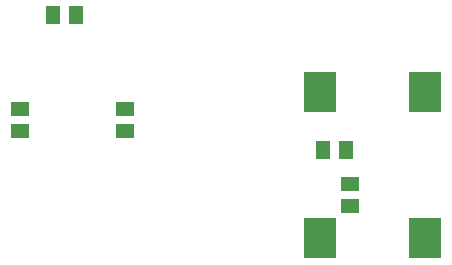
<source format=gbr>
G04 EAGLE Gerber RS-274X export*
G75*
%MOMM*%
%FSLAX34Y34*%
%LPD*%
%INSolderpaste Bottom*%
%IPPOS*%
%AMOC8*
5,1,8,0,0,1.08239X$1,22.5*%
G01*
%ADD10R,2.800000X3.500000*%
%ADD11R,1.500000X1.300000*%
%ADD12R,1.300000X1.500000*%


D10*
X571500Y430300D03*
X571500Y306300D03*
X482600Y306300D03*
X482600Y430300D03*
D11*
X508000Y333400D03*
X508000Y352400D03*
D12*
X504800Y381000D03*
X485800Y381000D03*
X257200Y495300D03*
X276200Y495300D03*
D11*
X228600Y415900D03*
X228600Y396900D03*
X317500Y396900D03*
X317500Y415900D03*
M02*

</source>
